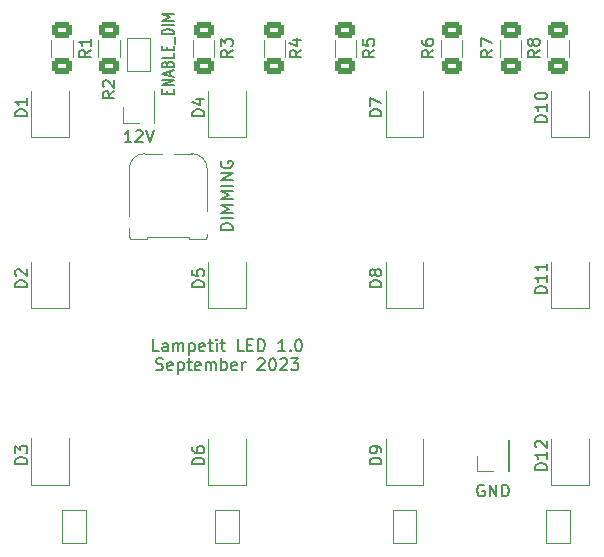
<source format=gto>
%TF.GenerationSoftware,KiCad,Pcbnew,6.0.2+dfsg-1*%
%TF.CreationDate,2023-09-24T18:39:49+02:00*%
%TF.ProjectId,lampetit-battery,6c616d70-6574-4697-942d-626174746572,rev?*%
%TF.SameCoordinates,Original*%
%TF.FileFunction,Legend,Top*%
%TF.FilePolarity,Positive*%
%FSLAX46Y46*%
G04 Gerber Fmt 4.6, Leading zero omitted, Abs format (unit mm)*
G04 Created by KiCad (PCBNEW 6.0.2+dfsg-1) date 2023-09-24 18:39:49*
%MOMM*%
%LPD*%
G01*
G04 APERTURE LIST*
G04 Aperture macros list*
%AMRoundRect*
0 Rectangle with rounded corners*
0 $1 Rounding radius*
0 $2 $3 $4 $5 $6 $7 $8 $9 X,Y pos of 4 corners*
0 Add a 4 corners polygon primitive as box body*
4,1,4,$2,$3,$4,$5,$6,$7,$8,$9,$2,$3,0*
0 Add four circle primitives for the rounded corners*
1,1,$1+$1,$2,$3*
1,1,$1+$1,$4,$5*
1,1,$1+$1,$6,$7*
1,1,$1+$1,$8,$9*
0 Add four rect primitives between the rounded corners*
20,1,$1+$1,$2,$3,$4,$5,0*
20,1,$1+$1,$4,$5,$6,$7,0*
20,1,$1+$1,$6,$7,$8,$9,0*
20,1,$1+$1,$8,$9,$2,$3,0*%
G04 Aperture macros list end*
%ADD10C,0.150000*%
%ADD11C,0.120000*%
%ADD12R,1.560000X1.560000*%
%ADD13C,1.560000*%
%ADD14R,1.500000X1.000000*%
%ADD15RoundRect,0.250000X-0.625000X0.400000X-0.625000X-0.400000X0.625000X-0.400000X0.625000X0.400000X0*%
%ADD16R,2.200000X2.500000*%
%ADD17R,2.200000X1.550000*%
%ADD18C,3.200000*%
%ADD19R,1.700000X1.700000*%
G04 APERTURE END LIST*
D10*
X115790476Y-79947380D02*
X115314285Y-79947380D01*
X115314285Y-78947380D01*
X116552380Y-79947380D02*
X116552380Y-79423571D01*
X116504761Y-79328333D01*
X116409523Y-79280714D01*
X116219047Y-79280714D01*
X116123809Y-79328333D01*
X116552380Y-79899761D02*
X116457142Y-79947380D01*
X116219047Y-79947380D01*
X116123809Y-79899761D01*
X116076190Y-79804523D01*
X116076190Y-79709285D01*
X116123809Y-79614047D01*
X116219047Y-79566428D01*
X116457142Y-79566428D01*
X116552380Y-79518809D01*
X117028571Y-79947380D02*
X117028571Y-79280714D01*
X117028571Y-79375952D02*
X117076190Y-79328333D01*
X117171428Y-79280714D01*
X117314285Y-79280714D01*
X117409523Y-79328333D01*
X117457142Y-79423571D01*
X117457142Y-79947380D01*
X117457142Y-79423571D02*
X117504761Y-79328333D01*
X117600000Y-79280714D01*
X117742857Y-79280714D01*
X117838095Y-79328333D01*
X117885714Y-79423571D01*
X117885714Y-79947380D01*
X118361904Y-79280714D02*
X118361904Y-80280714D01*
X118361904Y-79328333D02*
X118457142Y-79280714D01*
X118647619Y-79280714D01*
X118742857Y-79328333D01*
X118790476Y-79375952D01*
X118838095Y-79471190D01*
X118838095Y-79756904D01*
X118790476Y-79852142D01*
X118742857Y-79899761D01*
X118647619Y-79947380D01*
X118457142Y-79947380D01*
X118361904Y-79899761D01*
X119647619Y-79899761D02*
X119552380Y-79947380D01*
X119361904Y-79947380D01*
X119266666Y-79899761D01*
X119219047Y-79804523D01*
X119219047Y-79423571D01*
X119266666Y-79328333D01*
X119361904Y-79280714D01*
X119552380Y-79280714D01*
X119647619Y-79328333D01*
X119695238Y-79423571D01*
X119695238Y-79518809D01*
X119219047Y-79614047D01*
X119980952Y-79280714D02*
X120361904Y-79280714D01*
X120123809Y-78947380D02*
X120123809Y-79804523D01*
X120171428Y-79899761D01*
X120266666Y-79947380D01*
X120361904Y-79947380D01*
X120695238Y-79947380D02*
X120695238Y-79280714D01*
X120695238Y-78947380D02*
X120647619Y-78995000D01*
X120695238Y-79042619D01*
X120742857Y-78995000D01*
X120695238Y-78947380D01*
X120695238Y-79042619D01*
X121028571Y-79280714D02*
X121409523Y-79280714D01*
X121171428Y-78947380D02*
X121171428Y-79804523D01*
X121219047Y-79899761D01*
X121314285Y-79947380D01*
X121409523Y-79947380D01*
X122980952Y-79947380D02*
X122504761Y-79947380D01*
X122504761Y-78947380D01*
X123314285Y-79423571D02*
X123647619Y-79423571D01*
X123790476Y-79947380D02*
X123314285Y-79947380D01*
X123314285Y-78947380D01*
X123790476Y-78947380D01*
X124219047Y-79947380D02*
X124219047Y-78947380D01*
X124457142Y-78947380D01*
X124600000Y-78995000D01*
X124695238Y-79090238D01*
X124742857Y-79185476D01*
X124790476Y-79375952D01*
X124790476Y-79518809D01*
X124742857Y-79709285D01*
X124695238Y-79804523D01*
X124600000Y-79899761D01*
X124457142Y-79947380D01*
X124219047Y-79947380D01*
X126504761Y-79947380D02*
X125933333Y-79947380D01*
X126219047Y-79947380D02*
X126219047Y-78947380D01*
X126123809Y-79090238D01*
X126028571Y-79185476D01*
X125933333Y-79233095D01*
X126933333Y-79852142D02*
X126980952Y-79899761D01*
X126933333Y-79947380D01*
X126885714Y-79899761D01*
X126933333Y-79852142D01*
X126933333Y-79947380D01*
X127600000Y-78947380D02*
X127695238Y-78947380D01*
X127790476Y-78995000D01*
X127838095Y-79042619D01*
X127885714Y-79137857D01*
X127933333Y-79328333D01*
X127933333Y-79566428D01*
X127885714Y-79756904D01*
X127838095Y-79852142D01*
X127790476Y-79899761D01*
X127695238Y-79947380D01*
X127600000Y-79947380D01*
X127504761Y-79899761D01*
X127457142Y-79852142D01*
X127409523Y-79756904D01*
X127361904Y-79566428D01*
X127361904Y-79328333D01*
X127409523Y-79137857D01*
X127457142Y-79042619D01*
X127504761Y-78995000D01*
X127600000Y-78947380D01*
X115576190Y-81509761D02*
X115719047Y-81557380D01*
X115957142Y-81557380D01*
X116052380Y-81509761D01*
X116100000Y-81462142D01*
X116147619Y-81366904D01*
X116147619Y-81271666D01*
X116100000Y-81176428D01*
X116052380Y-81128809D01*
X115957142Y-81081190D01*
X115766666Y-81033571D01*
X115671428Y-80985952D01*
X115623809Y-80938333D01*
X115576190Y-80843095D01*
X115576190Y-80747857D01*
X115623809Y-80652619D01*
X115671428Y-80605000D01*
X115766666Y-80557380D01*
X116004761Y-80557380D01*
X116147619Y-80605000D01*
X116957142Y-81509761D02*
X116861904Y-81557380D01*
X116671428Y-81557380D01*
X116576190Y-81509761D01*
X116528571Y-81414523D01*
X116528571Y-81033571D01*
X116576190Y-80938333D01*
X116671428Y-80890714D01*
X116861904Y-80890714D01*
X116957142Y-80938333D01*
X117004761Y-81033571D01*
X117004761Y-81128809D01*
X116528571Y-81224047D01*
X117433333Y-80890714D02*
X117433333Y-81890714D01*
X117433333Y-80938333D02*
X117528571Y-80890714D01*
X117719047Y-80890714D01*
X117814285Y-80938333D01*
X117861904Y-80985952D01*
X117909523Y-81081190D01*
X117909523Y-81366904D01*
X117861904Y-81462142D01*
X117814285Y-81509761D01*
X117719047Y-81557380D01*
X117528571Y-81557380D01*
X117433333Y-81509761D01*
X118195238Y-80890714D02*
X118576190Y-80890714D01*
X118338095Y-80557380D02*
X118338095Y-81414523D01*
X118385714Y-81509761D01*
X118480952Y-81557380D01*
X118576190Y-81557380D01*
X119290476Y-81509761D02*
X119195238Y-81557380D01*
X119004761Y-81557380D01*
X118909523Y-81509761D01*
X118861904Y-81414523D01*
X118861904Y-81033571D01*
X118909523Y-80938333D01*
X119004761Y-80890714D01*
X119195238Y-80890714D01*
X119290476Y-80938333D01*
X119338095Y-81033571D01*
X119338095Y-81128809D01*
X118861904Y-81224047D01*
X119766666Y-81557380D02*
X119766666Y-80890714D01*
X119766666Y-80985952D02*
X119814285Y-80938333D01*
X119909523Y-80890714D01*
X120052380Y-80890714D01*
X120147619Y-80938333D01*
X120195238Y-81033571D01*
X120195238Y-81557380D01*
X120195238Y-81033571D02*
X120242857Y-80938333D01*
X120338095Y-80890714D01*
X120480952Y-80890714D01*
X120576190Y-80938333D01*
X120623809Y-81033571D01*
X120623809Y-81557380D01*
X121100000Y-81557380D02*
X121100000Y-80557380D01*
X121100000Y-80938333D02*
X121195238Y-80890714D01*
X121385714Y-80890714D01*
X121480952Y-80938333D01*
X121528571Y-80985952D01*
X121576190Y-81081190D01*
X121576190Y-81366904D01*
X121528571Y-81462142D01*
X121480952Y-81509761D01*
X121385714Y-81557380D01*
X121195238Y-81557380D01*
X121100000Y-81509761D01*
X122385714Y-81509761D02*
X122290476Y-81557380D01*
X122100000Y-81557380D01*
X122004761Y-81509761D01*
X121957142Y-81414523D01*
X121957142Y-81033571D01*
X122004761Y-80938333D01*
X122100000Y-80890714D01*
X122290476Y-80890714D01*
X122385714Y-80938333D01*
X122433333Y-81033571D01*
X122433333Y-81128809D01*
X121957142Y-81224047D01*
X122861904Y-81557380D02*
X122861904Y-80890714D01*
X122861904Y-81081190D02*
X122909523Y-80985952D01*
X122957142Y-80938333D01*
X123052380Y-80890714D01*
X123147619Y-80890714D01*
X124195238Y-80652619D02*
X124242857Y-80605000D01*
X124338095Y-80557380D01*
X124576190Y-80557380D01*
X124671428Y-80605000D01*
X124719047Y-80652619D01*
X124766666Y-80747857D01*
X124766666Y-80843095D01*
X124719047Y-80985952D01*
X124147619Y-81557380D01*
X124766666Y-81557380D01*
X125385714Y-80557380D02*
X125480952Y-80557380D01*
X125576190Y-80605000D01*
X125623809Y-80652619D01*
X125671428Y-80747857D01*
X125719047Y-80938333D01*
X125719047Y-81176428D01*
X125671428Y-81366904D01*
X125623809Y-81462142D01*
X125576190Y-81509761D01*
X125480952Y-81557380D01*
X125385714Y-81557380D01*
X125290476Y-81509761D01*
X125242857Y-81462142D01*
X125195238Y-81366904D01*
X125147619Y-81176428D01*
X125147619Y-80938333D01*
X125195238Y-80747857D01*
X125242857Y-80652619D01*
X125290476Y-80605000D01*
X125385714Y-80557380D01*
X126100000Y-80652619D02*
X126147619Y-80605000D01*
X126242857Y-80557380D01*
X126480952Y-80557380D01*
X126576190Y-80605000D01*
X126623809Y-80652619D01*
X126671428Y-80747857D01*
X126671428Y-80843095D01*
X126623809Y-80985952D01*
X126052380Y-81557380D01*
X126671428Y-81557380D01*
X127004761Y-80557380D02*
X127623809Y-80557380D01*
X127290476Y-80938333D01*
X127433333Y-80938333D01*
X127528571Y-80985952D01*
X127576190Y-81033571D01*
X127623809Y-81128809D01*
X127623809Y-81366904D01*
X127576190Y-81462142D01*
X127528571Y-81509761D01*
X127433333Y-81557380D01*
X127147619Y-81557380D01*
X127052380Y-81509761D01*
X127004761Y-81462142D01*
%TO.C,RV1*%
X122052380Y-69704761D02*
X121052380Y-69704761D01*
X121052380Y-69466666D01*
X121100000Y-69323809D01*
X121195238Y-69228571D01*
X121290476Y-69180952D01*
X121480952Y-69133333D01*
X121623809Y-69133333D01*
X121814285Y-69180952D01*
X121909523Y-69228571D01*
X122004761Y-69323809D01*
X122052380Y-69466666D01*
X122052380Y-69704761D01*
X122052380Y-68704761D02*
X121052380Y-68704761D01*
X122052380Y-68228571D02*
X121052380Y-68228571D01*
X121766666Y-67895238D01*
X121052380Y-67561904D01*
X122052380Y-67561904D01*
X122052380Y-67085714D02*
X121052380Y-67085714D01*
X121766666Y-66752380D01*
X121052380Y-66419047D01*
X122052380Y-66419047D01*
X122052380Y-65942857D02*
X121052380Y-65942857D01*
X122052380Y-65466666D02*
X121052380Y-65466666D01*
X122052380Y-64895238D01*
X121052380Y-64895238D01*
X121100000Y-63895238D02*
X121052380Y-63990476D01*
X121052380Y-64133333D01*
X121100000Y-64276190D01*
X121195238Y-64371428D01*
X121290476Y-64419047D01*
X121480952Y-64466666D01*
X121623809Y-64466666D01*
X121814285Y-64419047D01*
X121909523Y-64371428D01*
X122004761Y-64276190D01*
X122052380Y-64133333D01*
X122052380Y-64038095D01*
X122004761Y-63895238D01*
X121957142Y-63847619D01*
X121623809Y-63847619D01*
X121623809Y-64038095D01*
%TO.C,R5*%
X134052380Y-54466666D02*
X133576190Y-54800000D01*
X134052380Y-55038095D02*
X133052380Y-55038095D01*
X133052380Y-54657142D01*
X133100000Y-54561904D01*
X133147619Y-54514285D01*
X133242857Y-54466666D01*
X133385714Y-54466666D01*
X133480952Y-54514285D01*
X133528571Y-54561904D01*
X133576190Y-54657142D01*
X133576190Y-55038095D01*
X133052380Y-53561904D02*
X133052380Y-54038095D01*
X133528571Y-54085714D01*
X133480952Y-54038095D01*
X133433333Y-53942857D01*
X133433333Y-53704761D01*
X133480952Y-53609523D01*
X133528571Y-53561904D01*
X133623809Y-53514285D01*
X133861904Y-53514285D01*
X133957142Y-53561904D01*
X134004761Y-53609523D01*
X134052380Y-53704761D01*
X134052380Y-53942857D01*
X134004761Y-54038095D01*
X133957142Y-54085714D01*
%TO.C,D6*%
X119652380Y-89538095D02*
X118652380Y-89538095D01*
X118652380Y-89300000D01*
X118700000Y-89157142D01*
X118795238Y-89061904D01*
X118890476Y-89014285D01*
X119080952Y-88966666D01*
X119223809Y-88966666D01*
X119414285Y-89014285D01*
X119509523Y-89061904D01*
X119604761Y-89157142D01*
X119652380Y-89300000D01*
X119652380Y-89538095D01*
X118652380Y-88109523D02*
X118652380Y-88300000D01*
X118700000Y-88395238D01*
X118747619Y-88442857D01*
X118890476Y-88538095D01*
X119080952Y-88585714D01*
X119461904Y-88585714D01*
X119557142Y-88538095D01*
X119604761Y-88490476D01*
X119652380Y-88395238D01*
X119652380Y-88204761D01*
X119604761Y-88109523D01*
X119557142Y-88061904D01*
X119461904Y-88014285D01*
X119223809Y-88014285D01*
X119128571Y-88061904D01*
X119080952Y-88109523D01*
X119033333Y-88204761D01*
X119033333Y-88395238D01*
X119080952Y-88490476D01*
X119128571Y-88538095D01*
X119223809Y-88585714D01*
%TO.C,R7*%
X144052380Y-54466666D02*
X143576190Y-54800000D01*
X144052380Y-55038095D02*
X143052380Y-55038095D01*
X143052380Y-54657142D01*
X143100000Y-54561904D01*
X143147619Y-54514285D01*
X143242857Y-54466666D01*
X143385714Y-54466666D01*
X143480952Y-54514285D01*
X143528571Y-54561904D01*
X143576190Y-54657142D01*
X143576190Y-55038095D01*
X143052380Y-54133333D02*
X143052380Y-53466666D01*
X144052380Y-53895238D01*
%TO.C,D11*%
X148652380Y-75014285D02*
X147652380Y-75014285D01*
X147652380Y-74776190D01*
X147700000Y-74633333D01*
X147795238Y-74538095D01*
X147890476Y-74490476D01*
X148080952Y-74442857D01*
X148223809Y-74442857D01*
X148414285Y-74490476D01*
X148509523Y-74538095D01*
X148604761Y-74633333D01*
X148652380Y-74776190D01*
X148652380Y-75014285D01*
X148652380Y-73490476D02*
X148652380Y-74061904D01*
X148652380Y-73776190D02*
X147652380Y-73776190D01*
X147795238Y-73871428D01*
X147890476Y-73966666D01*
X147938095Y-74061904D01*
X148652380Y-72538095D02*
X148652380Y-73109523D01*
X148652380Y-72823809D02*
X147652380Y-72823809D01*
X147795238Y-72919047D01*
X147890476Y-73014285D01*
X147938095Y-73109523D01*
%TO.C,R8*%
X148052380Y-54466666D02*
X147576190Y-54800000D01*
X148052380Y-55038095D02*
X147052380Y-55038095D01*
X147052380Y-54657142D01*
X147100000Y-54561904D01*
X147147619Y-54514285D01*
X147242857Y-54466666D01*
X147385714Y-54466666D01*
X147480952Y-54514285D01*
X147528571Y-54561904D01*
X147576190Y-54657142D01*
X147576190Y-55038095D01*
X147480952Y-53895238D02*
X147433333Y-53990476D01*
X147385714Y-54038095D01*
X147290476Y-54085714D01*
X147242857Y-54085714D01*
X147147619Y-54038095D01*
X147100000Y-53990476D01*
X147052380Y-53895238D01*
X147052380Y-53704761D01*
X147100000Y-53609523D01*
X147147619Y-53561904D01*
X147242857Y-53514285D01*
X147290476Y-53514285D01*
X147385714Y-53561904D01*
X147433333Y-53609523D01*
X147480952Y-53704761D01*
X147480952Y-53895238D01*
X147528571Y-53990476D01*
X147576190Y-54038095D01*
X147671428Y-54085714D01*
X147861904Y-54085714D01*
X147957142Y-54038095D01*
X148004761Y-53990476D01*
X148052380Y-53895238D01*
X148052380Y-53704761D01*
X148004761Y-53609523D01*
X147957142Y-53561904D01*
X147861904Y-53514285D01*
X147671428Y-53514285D01*
X147576190Y-53561904D01*
X147528571Y-53609523D01*
X147480952Y-53704761D01*
%TO.C,R3*%
X122052380Y-54466666D02*
X121576190Y-54800000D01*
X122052380Y-55038095D02*
X121052380Y-55038095D01*
X121052380Y-54657142D01*
X121100000Y-54561904D01*
X121147619Y-54514285D01*
X121242857Y-54466666D01*
X121385714Y-54466666D01*
X121480952Y-54514285D01*
X121528571Y-54561904D01*
X121576190Y-54657142D01*
X121576190Y-55038095D01*
X121052380Y-54133333D02*
X121052380Y-53514285D01*
X121433333Y-53847619D01*
X121433333Y-53704761D01*
X121480952Y-53609523D01*
X121528571Y-53561904D01*
X121623809Y-53514285D01*
X121861904Y-53514285D01*
X121957142Y-53561904D01*
X122004761Y-53609523D01*
X122052380Y-53704761D01*
X122052380Y-53990476D01*
X122004761Y-54085714D01*
X121957142Y-54133333D01*
%TO.C,D4*%
X119652380Y-60063095D02*
X118652380Y-60063095D01*
X118652380Y-59825000D01*
X118700000Y-59682142D01*
X118795238Y-59586904D01*
X118890476Y-59539285D01*
X119080952Y-59491666D01*
X119223809Y-59491666D01*
X119414285Y-59539285D01*
X119509523Y-59586904D01*
X119604761Y-59682142D01*
X119652380Y-59825000D01*
X119652380Y-60063095D01*
X118985714Y-58634523D02*
X119652380Y-58634523D01*
X118604761Y-58872619D02*
X119319047Y-59110714D01*
X119319047Y-58491666D01*
%TO.C,D2*%
X104652380Y-74538095D02*
X103652380Y-74538095D01*
X103652380Y-74300000D01*
X103700000Y-74157142D01*
X103795238Y-74061904D01*
X103890476Y-74014285D01*
X104080952Y-73966666D01*
X104223809Y-73966666D01*
X104414285Y-74014285D01*
X104509523Y-74061904D01*
X104604761Y-74157142D01*
X104652380Y-74300000D01*
X104652380Y-74538095D01*
X103747619Y-73585714D02*
X103700000Y-73538095D01*
X103652380Y-73442857D01*
X103652380Y-73204761D01*
X103700000Y-73109523D01*
X103747619Y-73061904D01*
X103842857Y-73014285D01*
X103938095Y-73014285D01*
X104080952Y-73061904D01*
X104652380Y-73633333D01*
X104652380Y-73014285D01*
%TO.C,D5*%
X119652380Y-74538095D02*
X118652380Y-74538095D01*
X118652380Y-74300000D01*
X118700000Y-74157142D01*
X118795238Y-74061904D01*
X118890476Y-74014285D01*
X119080952Y-73966666D01*
X119223809Y-73966666D01*
X119414285Y-74014285D01*
X119509523Y-74061904D01*
X119604761Y-74157142D01*
X119652380Y-74300000D01*
X119652380Y-74538095D01*
X118652380Y-73061904D02*
X118652380Y-73538095D01*
X119128571Y-73585714D01*
X119080952Y-73538095D01*
X119033333Y-73442857D01*
X119033333Y-73204761D01*
X119080952Y-73109523D01*
X119128571Y-73061904D01*
X119223809Y-73014285D01*
X119461904Y-73014285D01*
X119557142Y-73061904D01*
X119604761Y-73109523D01*
X119652380Y-73204761D01*
X119652380Y-73442857D01*
X119604761Y-73538095D01*
X119557142Y-73585714D01*
%TO.C,D9*%
X134652380Y-89538095D02*
X133652380Y-89538095D01*
X133652380Y-89300000D01*
X133700000Y-89157142D01*
X133795238Y-89061904D01*
X133890476Y-89014285D01*
X134080952Y-88966666D01*
X134223809Y-88966666D01*
X134414285Y-89014285D01*
X134509523Y-89061904D01*
X134604761Y-89157142D01*
X134652380Y-89300000D01*
X134652380Y-89538095D01*
X134652380Y-88490476D02*
X134652380Y-88300000D01*
X134604761Y-88204761D01*
X134557142Y-88157142D01*
X134414285Y-88061904D01*
X134223809Y-88014285D01*
X133842857Y-88014285D01*
X133747619Y-88061904D01*
X133700000Y-88109523D01*
X133652380Y-88204761D01*
X133652380Y-88395238D01*
X133700000Y-88490476D01*
X133747619Y-88538095D01*
X133842857Y-88585714D01*
X134080952Y-88585714D01*
X134176190Y-88538095D01*
X134223809Y-88490476D01*
X134271428Y-88395238D01*
X134271428Y-88204761D01*
X134223809Y-88109523D01*
X134176190Y-88061904D01*
X134080952Y-88014285D01*
%TO.C,J2*%
X143338095Y-91300000D02*
X143242857Y-91252380D01*
X143100000Y-91252380D01*
X142957142Y-91300000D01*
X142861904Y-91395238D01*
X142814285Y-91490476D01*
X142766666Y-91680952D01*
X142766666Y-91823809D01*
X142814285Y-92014285D01*
X142861904Y-92109523D01*
X142957142Y-92204761D01*
X143100000Y-92252380D01*
X143195238Y-92252380D01*
X143338095Y-92204761D01*
X143385714Y-92157142D01*
X143385714Y-91823809D01*
X143195238Y-91823809D01*
X143814285Y-92252380D02*
X143814285Y-91252380D01*
X144385714Y-92252380D01*
X144385714Y-91252380D01*
X144861904Y-92252380D02*
X144861904Y-91252380D01*
X145100000Y-91252380D01*
X145242857Y-91300000D01*
X145338095Y-91395238D01*
X145385714Y-91490476D01*
X145433333Y-91680952D01*
X145433333Y-91823809D01*
X145385714Y-92014285D01*
X145338095Y-92109523D01*
X145242857Y-92204761D01*
X145100000Y-92252380D01*
X144861904Y-92252380D01*
%TO.C,J1*%
X113480952Y-62252380D02*
X112909523Y-62252380D01*
X113195238Y-62252380D02*
X113195238Y-61252380D01*
X113100000Y-61395238D01*
X113004761Y-61490476D01*
X112909523Y-61538095D01*
X113861904Y-61347619D02*
X113909523Y-61300000D01*
X114004761Y-61252380D01*
X114242857Y-61252380D01*
X114338095Y-61300000D01*
X114385714Y-61347619D01*
X114433333Y-61442857D01*
X114433333Y-61538095D01*
X114385714Y-61680952D01*
X113814285Y-62252380D01*
X114433333Y-62252380D01*
X114719047Y-61252380D02*
X115052380Y-62252380D01*
X115385714Y-61252380D01*
%TO.C,R1*%
X110052380Y-54466666D02*
X109576190Y-54800000D01*
X110052380Y-55038095D02*
X109052380Y-55038095D01*
X109052380Y-54657142D01*
X109100000Y-54561904D01*
X109147619Y-54514285D01*
X109242857Y-54466666D01*
X109385714Y-54466666D01*
X109480952Y-54514285D01*
X109528571Y-54561904D01*
X109576190Y-54657142D01*
X109576190Y-55038095D01*
X110052380Y-53514285D02*
X110052380Y-54085714D01*
X110052380Y-53800000D02*
X109052380Y-53800000D01*
X109195238Y-53895238D01*
X109290476Y-53990476D01*
X109338095Y-54085714D01*
%TO.C,D3*%
X104652380Y-89488095D02*
X103652380Y-89488095D01*
X103652380Y-89250000D01*
X103700000Y-89107142D01*
X103795238Y-89011904D01*
X103890476Y-88964285D01*
X104080952Y-88916666D01*
X104223809Y-88916666D01*
X104414285Y-88964285D01*
X104509523Y-89011904D01*
X104604761Y-89107142D01*
X104652380Y-89250000D01*
X104652380Y-89488095D01*
X103652380Y-88583333D02*
X103652380Y-87964285D01*
X104033333Y-88297619D01*
X104033333Y-88154761D01*
X104080952Y-88059523D01*
X104128571Y-88011904D01*
X104223809Y-87964285D01*
X104461904Y-87964285D01*
X104557142Y-88011904D01*
X104604761Y-88059523D01*
X104652380Y-88154761D01*
X104652380Y-88440476D01*
X104604761Y-88535714D01*
X104557142Y-88583333D01*
%TO.C,R2*%
X112052380Y-57966666D02*
X111576190Y-58300000D01*
X112052380Y-58538095D02*
X111052380Y-58538095D01*
X111052380Y-58157142D01*
X111100000Y-58061904D01*
X111147619Y-58014285D01*
X111242857Y-57966666D01*
X111385714Y-57966666D01*
X111480952Y-58014285D01*
X111528571Y-58061904D01*
X111576190Y-58157142D01*
X111576190Y-58538095D01*
X111147619Y-57585714D02*
X111100000Y-57538095D01*
X111052380Y-57442857D01*
X111052380Y-57204761D01*
X111100000Y-57109523D01*
X111147619Y-57061904D01*
X111242857Y-57014285D01*
X111338095Y-57014285D01*
X111480952Y-57061904D01*
X112052380Y-57633333D01*
X112052380Y-57014285D01*
%TO.C,D10*%
X148652380Y-60539285D02*
X147652380Y-60539285D01*
X147652380Y-60301190D01*
X147700000Y-60158333D01*
X147795238Y-60063095D01*
X147890476Y-60015476D01*
X148080952Y-59967857D01*
X148223809Y-59967857D01*
X148414285Y-60015476D01*
X148509523Y-60063095D01*
X148604761Y-60158333D01*
X148652380Y-60301190D01*
X148652380Y-60539285D01*
X148652380Y-59015476D02*
X148652380Y-59586904D01*
X148652380Y-59301190D02*
X147652380Y-59301190D01*
X147795238Y-59396428D01*
X147890476Y-59491666D01*
X147938095Y-59586904D01*
X147652380Y-58396428D02*
X147652380Y-58301190D01*
X147700000Y-58205952D01*
X147747619Y-58158333D01*
X147842857Y-58110714D01*
X148033333Y-58063095D01*
X148271428Y-58063095D01*
X148461904Y-58110714D01*
X148557142Y-58158333D01*
X148604761Y-58205952D01*
X148652380Y-58301190D01*
X148652380Y-58396428D01*
X148604761Y-58491666D01*
X148557142Y-58539285D01*
X148461904Y-58586904D01*
X148271428Y-58634523D01*
X148033333Y-58634523D01*
X147842857Y-58586904D01*
X147747619Y-58539285D01*
X147700000Y-58491666D01*
X147652380Y-58396428D01*
%TO.C,D8*%
X134652380Y-74538095D02*
X133652380Y-74538095D01*
X133652380Y-74300000D01*
X133700000Y-74157142D01*
X133795238Y-74061904D01*
X133890476Y-74014285D01*
X134080952Y-73966666D01*
X134223809Y-73966666D01*
X134414285Y-74014285D01*
X134509523Y-74061904D01*
X134604761Y-74157142D01*
X134652380Y-74300000D01*
X134652380Y-74538095D01*
X134080952Y-73395238D02*
X134033333Y-73490476D01*
X133985714Y-73538095D01*
X133890476Y-73585714D01*
X133842857Y-73585714D01*
X133747619Y-73538095D01*
X133700000Y-73490476D01*
X133652380Y-73395238D01*
X133652380Y-73204761D01*
X133700000Y-73109523D01*
X133747619Y-73061904D01*
X133842857Y-73014285D01*
X133890476Y-73014285D01*
X133985714Y-73061904D01*
X134033333Y-73109523D01*
X134080952Y-73204761D01*
X134080952Y-73395238D01*
X134128571Y-73490476D01*
X134176190Y-73538095D01*
X134271428Y-73585714D01*
X134461904Y-73585714D01*
X134557142Y-73538095D01*
X134604761Y-73490476D01*
X134652380Y-73395238D01*
X134652380Y-73204761D01*
X134604761Y-73109523D01*
X134557142Y-73061904D01*
X134461904Y-73014285D01*
X134271428Y-73014285D01*
X134176190Y-73061904D01*
X134128571Y-73109523D01*
X134080952Y-73204761D01*
%TO.C,D12*%
X148652380Y-90014285D02*
X147652380Y-90014285D01*
X147652380Y-89776190D01*
X147700000Y-89633333D01*
X147795238Y-89538095D01*
X147890476Y-89490476D01*
X148080952Y-89442857D01*
X148223809Y-89442857D01*
X148414285Y-89490476D01*
X148509523Y-89538095D01*
X148604761Y-89633333D01*
X148652380Y-89776190D01*
X148652380Y-90014285D01*
X148652380Y-88490476D02*
X148652380Y-89061904D01*
X148652380Y-88776190D02*
X147652380Y-88776190D01*
X147795238Y-88871428D01*
X147890476Y-88966666D01*
X147938095Y-89061904D01*
X147747619Y-88109523D02*
X147700000Y-88061904D01*
X147652380Y-87966666D01*
X147652380Y-87728571D01*
X147700000Y-87633333D01*
X147747619Y-87585714D01*
X147842857Y-87538095D01*
X147938095Y-87538095D01*
X148080952Y-87585714D01*
X148652380Y-88157142D01*
X148652380Y-87538095D01*
%TO.C,JP1*%
X116528571Y-58171428D02*
X116528571Y-57904761D01*
X117052380Y-57790476D02*
X117052380Y-58171428D01*
X116052380Y-58171428D01*
X116052380Y-57790476D01*
X117052380Y-57447619D02*
X116052380Y-57447619D01*
X117052380Y-56990476D01*
X116052380Y-56990476D01*
X116766666Y-56647619D02*
X116766666Y-56266666D01*
X117052380Y-56723809D02*
X116052380Y-56457142D01*
X117052380Y-56190476D01*
X116528571Y-55657142D02*
X116576190Y-55542857D01*
X116623809Y-55504761D01*
X116719047Y-55466666D01*
X116861904Y-55466666D01*
X116957142Y-55504761D01*
X117004761Y-55542857D01*
X117052380Y-55619047D01*
X117052380Y-55923809D01*
X116052380Y-55923809D01*
X116052380Y-55657142D01*
X116100000Y-55580952D01*
X116147619Y-55542857D01*
X116242857Y-55504761D01*
X116338095Y-55504761D01*
X116433333Y-55542857D01*
X116480952Y-55580952D01*
X116528571Y-55657142D01*
X116528571Y-55923809D01*
X117052380Y-54742857D02*
X117052380Y-55123809D01*
X116052380Y-55123809D01*
X116528571Y-54476190D02*
X116528571Y-54209523D01*
X117052380Y-54095238D02*
X117052380Y-54476190D01*
X116052380Y-54476190D01*
X116052380Y-54095238D01*
X117147619Y-53942857D02*
X117147619Y-53333333D01*
X117052380Y-53142857D02*
X116052380Y-53142857D01*
X116052380Y-52952380D01*
X116100000Y-52838095D01*
X116195238Y-52761904D01*
X116290476Y-52723809D01*
X116480952Y-52685714D01*
X116623809Y-52685714D01*
X116814285Y-52723809D01*
X116909523Y-52761904D01*
X117004761Y-52838095D01*
X117052380Y-52952380D01*
X117052380Y-53142857D01*
X117052380Y-52342857D02*
X116052380Y-52342857D01*
X117052380Y-51961904D02*
X116052380Y-51961904D01*
X116766666Y-51695238D01*
X116052380Y-51428571D01*
X117052380Y-51428571D01*
%TO.C,R4*%
X127872380Y-54466666D02*
X127396190Y-54800000D01*
X127872380Y-55038095D02*
X126872380Y-55038095D01*
X126872380Y-54657142D01*
X126920000Y-54561904D01*
X126967619Y-54514285D01*
X127062857Y-54466666D01*
X127205714Y-54466666D01*
X127300952Y-54514285D01*
X127348571Y-54561904D01*
X127396190Y-54657142D01*
X127396190Y-55038095D01*
X127205714Y-53609523D02*
X127872380Y-53609523D01*
X126824761Y-53847619D02*
X127539047Y-54085714D01*
X127539047Y-53466666D01*
%TO.C,D7*%
X134652380Y-60063095D02*
X133652380Y-60063095D01*
X133652380Y-59825000D01*
X133700000Y-59682142D01*
X133795238Y-59586904D01*
X133890476Y-59539285D01*
X134080952Y-59491666D01*
X134223809Y-59491666D01*
X134414285Y-59539285D01*
X134509523Y-59586904D01*
X134604761Y-59682142D01*
X134652380Y-59825000D01*
X134652380Y-60063095D01*
X133652380Y-59158333D02*
X133652380Y-58491666D01*
X134652380Y-58920238D01*
%TO.C,D1*%
X104652380Y-60063095D02*
X103652380Y-60063095D01*
X103652380Y-59825000D01*
X103700000Y-59682142D01*
X103795238Y-59586904D01*
X103890476Y-59539285D01*
X104080952Y-59491666D01*
X104223809Y-59491666D01*
X104414285Y-59539285D01*
X104509523Y-59586904D01*
X104604761Y-59682142D01*
X104652380Y-59825000D01*
X104652380Y-60063095D01*
X104652380Y-58539285D02*
X104652380Y-59110714D01*
X104652380Y-58825000D02*
X103652380Y-58825000D01*
X103795238Y-58920238D01*
X103890476Y-59015476D01*
X103938095Y-59110714D01*
%TO.C,R6*%
X139052380Y-54466666D02*
X138576190Y-54800000D01*
X139052380Y-55038095D02*
X138052380Y-55038095D01*
X138052380Y-54657142D01*
X138100000Y-54561904D01*
X138147619Y-54514285D01*
X138242857Y-54466666D01*
X138385714Y-54466666D01*
X138480952Y-54514285D01*
X138528571Y-54561904D01*
X138576190Y-54657142D01*
X138576190Y-55038095D01*
X138052380Y-53609523D02*
X138052380Y-53800000D01*
X138100000Y-53895238D01*
X138147619Y-53942857D01*
X138290476Y-54038095D01*
X138480952Y-54085714D01*
X138861904Y-54085714D01*
X138957142Y-54038095D01*
X139004761Y-53990476D01*
X139052380Y-53895238D01*
X139052380Y-53704761D01*
X139004761Y-53609523D01*
X138957142Y-53561904D01*
X138861904Y-53514285D01*
X138623809Y-53514285D01*
X138528571Y-53561904D01*
X138480952Y-53609523D01*
X138433333Y-53704761D01*
X138433333Y-53895238D01*
X138480952Y-53990476D01*
X138528571Y-54038095D01*
X138623809Y-54085714D01*
D11*
%TO.C,RV1*%
X114810000Y-70450000D02*
X113390000Y-70450000D01*
X113290000Y-70250000D02*
X113290000Y-69560000D01*
X118390000Y-70250000D02*
X118390000Y-70450000D01*
X118390000Y-70250000D02*
X114810000Y-70250000D01*
X113390000Y-70250000D02*
X113290000Y-70250000D01*
X119910000Y-70250000D02*
X119910000Y-70000000D01*
X119810000Y-70450000D02*
X119810000Y-70250000D01*
X119810000Y-70250000D02*
X119910000Y-70250000D01*
X113390000Y-70450000D02*
X113390000Y-70250000D01*
X114600000Y-63230000D02*
X116090000Y-63230000D01*
X113290000Y-68520000D02*
X113290000Y-64540000D01*
X119810000Y-70450000D02*
X118390000Y-70450000D01*
X114810000Y-70250000D02*
X114810000Y-70450000D01*
X119910000Y-64540000D02*
X119910000Y-68080000D01*
X117110000Y-63230000D02*
X118600000Y-63230000D01*
X119910000Y-64540000D02*
G75*
G03*
X118600000Y-63230000I-1310000J0D01*
G01*
X114600000Y-63230000D02*
G75*
G03*
X113290000Y-64540000I0J-1310000D01*
G01*
%TO.C,JP3*%
X120600000Y-93400000D02*
X122600000Y-93400000D01*
X122600000Y-96200000D02*
X120600000Y-96200000D01*
X120600000Y-96200000D02*
X120600000Y-93400000D01*
X122600000Y-93400000D02*
X122600000Y-96200000D01*
%TO.C,R5*%
X132510000Y-53572936D02*
X132510000Y-55027064D01*
X130690000Y-53572936D02*
X130690000Y-55027064D01*
%TO.C,D6*%
X123200000Y-87400000D02*
X123200000Y-91300000D01*
X120000000Y-91300000D02*
X123200000Y-91300000D01*
X120000000Y-87400000D02*
X120000000Y-91300000D01*
%TO.C,R7*%
X144690000Y-53572936D02*
X144690000Y-55027064D01*
X146510000Y-53572936D02*
X146510000Y-55027064D01*
%TO.C,JP2*%
X107600000Y-93400000D02*
X109600000Y-93400000D01*
X109600000Y-93400000D02*
X109600000Y-96200000D01*
X107600000Y-96200000D02*
X107600000Y-93400000D01*
X109600000Y-96200000D02*
X107600000Y-96200000D01*
%TO.C,D11*%
X152200000Y-72400000D02*
X152200000Y-76300000D01*
X149000000Y-76300000D02*
X152200000Y-76300000D01*
X149000000Y-72400000D02*
X149000000Y-76300000D01*
%TO.C,R8*%
X148690000Y-53572936D02*
X148690000Y-55027064D01*
X150510000Y-53572936D02*
X150510000Y-55027064D01*
%TO.C,R3*%
X118690000Y-53572936D02*
X118690000Y-55027064D01*
X120510000Y-53572936D02*
X120510000Y-55027064D01*
%TO.C,D4*%
X123200000Y-57925000D02*
X123200000Y-61825000D01*
X120000000Y-57925000D02*
X120000000Y-61825000D01*
X120000000Y-61825000D02*
X123200000Y-61825000D01*
%TO.C,D2*%
X105000000Y-76300000D02*
X108200000Y-76300000D01*
X105000000Y-72400000D02*
X105000000Y-76300000D01*
X108200000Y-72400000D02*
X108200000Y-76300000D01*
%TO.C,D5*%
X123200000Y-72400000D02*
X123200000Y-76300000D01*
X120000000Y-76300000D02*
X123200000Y-76300000D01*
X120000000Y-72400000D02*
X120000000Y-76300000D01*
%TO.C,JP5*%
X148600000Y-93400000D02*
X150600000Y-93400000D01*
X148600000Y-96200000D02*
X148600000Y-93400000D01*
X150600000Y-93400000D02*
X150600000Y-96200000D01*
X150600000Y-96200000D02*
X148600000Y-96200000D01*
%TO.C,D9*%
X135000000Y-87400000D02*
X135000000Y-91300000D01*
X138200000Y-87400000D02*
X138200000Y-91300000D01*
X135000000Y-91300000D02*
X138200000Y-91300000D01*
%TO.C,J2*%
X145370000Y-90130000D02*
X145430000Y-90130000D01*
X144100000Y-90130000D02*
X142770000Y-90130000D01*
X145370000Y-87470000D02*
X145430000Y-87470000D01*
X145430000Y-90130000D02*
X145430000Y-87470000D01*
X145370000Y-90130000D02*
X145370000Y-87470000D01*
X142770000Y-90130000D02*
X142770000Y-88800000D01*
%TO.C,J1*%
X115370000Y-57970000D02*
X115430000Y-57970000D01*
X115370000Y-60630000D02*
X115370000Y-57970000D01*
X115430000Y-60630000D02*
X115430000Y-57970000D01*
X112770000Y-60630000D02*
X112770000Y-59300000D01*
X114100000Y-60630000D02*
X112770000Y-60630000D01*
X115370000Y-60630000D02*
X115430000Y-60630000D01*
%TO.C,R1*%
X108510000Y-53572936D02*
X108510000Y-55027064D01*
X106690000Y-53572936D02*
X106690000Y-55027064D01*
%TO.C,D3*%
X105000000Y-87350000D02*
X105000000Y-91250000D01*
X108200000Y-87350000D02*
X108200000Y-91250000D01*
X105000000Y-91250000D02*
X108200000Y-91250000D01*
%TO.C,R2*%
X110690000Y-53572936D02*
X110690000Y-55027064D01*
X112510000Y-53572936D02*
X112510000Y-55027064D01*
%TO.C,D10*%
X152200000Y-57925000D02*
X152200000Y-61825000D01*
X149000000Y-57925000D02*
X149000000Y-61825000D01*
X149000000Y-61825000D02*
X152200000Y-61825000D01*
%TO.C,D8*%
X135000000Y-72400000D02*
X135000000Y-76300000D01*
X138200000Y-72400000D02*
X138200000Y-76300000D01*
X135000000Y-76300000D02*
X138200000Y-76300000D01*
%TO.C,D12*%
X152200000Y-87400000D02*
X152200000Y-91300000D01*
X149000000Y-91300000D02*
X152200000Y-91300000D01*
X149000000Y-87400000D02*
X149000000Y-91300000D01*
%TO.C,JP4*%
X137600000Y-93400000D02*
X137600000Y-96200000D01*
X135600000Y-96200000D02*
X135600000Y-93400000D01*
X135600000Y-93400000D02*
X137600000Y-93400000D01*
X137600000Y-96200000D02*
X135600000Y-96200000D01*
%TO.C,JP1*%
X113100000Y-53400000D02*
X115100000Y-53400000D01*
X113100000Y-56200000D02*
X113100000Y-53400000D01*
X115100000Y-56200000D02*
X113100000Y-56200000D01*
X115100000Y-53400000D02*
X115100000Y-56200000D01*
%TO.C,R4*%
X124690000Y-53572936D02*
X124690000Y-55027064D01*
X126510000Y-53572936D02*
X126510000Y-55027064D01*
%TO.C,D7*%
X135000000Y-57925000D02*
X135000000Y-61825000D01*
X138200000Y-57925000D02*
X138200000Y-61825000D01*
X135000000Y-61825000D02*
X138200000Y-61825000D01*
%TO.C,D1*%
X105000000Y-61825000D02*
X108200000Y-61825000D01*
X105000000Y-57925000D02*
X105000000Y-61825000D01*
X108200000Y-57925000D02*
X108200000Y-61825000D01*
%TO.C,R6*%
X139690000Y-53572936D02*
X139690000Y-55027064D01*
X141510000Y-53572936D02*
X141510000Y-55027064D01*
%TD*%
%LPC*%
D12*
%TO.C,RV1*%
X119100000Y-69040000D03*
D13*
X116600000Y-64040000D03*
X114100000Y-69040000D03*
%TD*%
D14*
%TO.C,JP3*%
X121600000Y-94150000D03*
X121600000Y-95450000D03*
%TD*%
D15*
%TO.C,R5*%
X131600000Y-52750000D03*
X131600000Y-55850000D03*
%TD*%
D16*
%TO.C,D6*%
X121600000Y-89850000D03*
D17*
X121600000Y-87275000D03*
%TD*%
D18*
%TO.C,REF\u002A\u002A*%
X128600000Y-60300000D03*
%TD*%
D15*
%TO.C,R7*%
X145600000Y-52750000D03*
X145600000Y-55850000D03*
%TD*%
D14*
%TO.C,JP2*%
X108600000Y-94150000D03*
X108600000Y-95450000D03*
%TD*%
D16*
%TO.C,D11*%
X150600000Y-74850000D03*
D17*
X150600000Y-72275000D03*
%TD*%
D15*
%TO.C,R8*%
X149600000Y-52750000D03*
X149600000Y-55850000D03*
%TD*%
%TO.C,R3*%
X119600000Y-52750000D03*
X119600000Y-55850000D03*
%TD*%
D16*
%TO.C,D4*%
X121600000Y-60375000D03*
D17*
X121600000Y-57800000D03*
%TD*%
D16*
%TO.C,D2*%
X106600000Y-74850000D03*
D17*
X106600000Y-72275000D03*
%TD*%
D16*
%TO.C,D5*%
X121600000Y-74850000D03*
D17*
X121600000Y-72275000D03*
%TD*%
D14*
%TO.C,JP5*%
X149600000Y-94150000D03*
X149600000Y-95450000D03*
%TD*%
D16*
%TO.C,D9*%
X136600000Y-89850000D03*
D17*
X136600000Y-87275000D03*
%TD*%
D19*
%TO.C,J2*%
X144100000Y-88800000D03*
%TD*%
%TO.C,J1*%
X114100000Y-59300000D03*
%TD*%
D15*
%TO.C,R1*%
X107600000Y-52750000D03*
X107600000Y-55850000D03*
%TD*%
D16*
%TO.C,D3*%
X106600000Y-89800000D03*
D17*
X106600000Y-87225000D03*
%TD*%
D15*
%TO.C,R2*%
X111600000Y-52750000D03*
X111600000Y-55850000D03*
%TD*%
D16*
%TO.C,D10*%
X150600000Y-60375000D03*
D17*
X150600000Y-57800000D03*
%TD*%
D16*
%TO.C,D8*%
X136600000Y-74850000D03*
D17*
X136600000Y-72275000D03*
%TD*%
D16*
%TO.C,D12*%
X150600000Y-89850000D03*
D17*
X150600000Y-87275000D03*
%TD*%
D14*
%TO.C,JP4*%
X136600000Y-94150000D03*
X136600000Y-95450000D03*
%TD*%
%TO.C,JP1*%
X114100000Y-54150000D03*
X114100000Y-55450000D03*
%TD*%
D15*
%TO.C,R4*%
X125600000Y-52750000D03*
X125600000Y-55850000D03*
%TD*%
D16*
%TO.C,D7*%
X136600000Y-60375000D03*
D17*
X136600000Y-57800000D03*
%TD*%
D18*
%TO.C,REF\u002A\u002A*%
X128600000Y-87300000D03*
%TD*%
D16*
%TO.C,D1*%
X106600000Y-60375000D03*
D17*
X106600000Y-57800000D03*
%TD*%
D15*
%TO.C,R6*%
X140600000Y-52750000D03*
X140600000Y-55850000D03*
%TD*%
M02*

</source>
